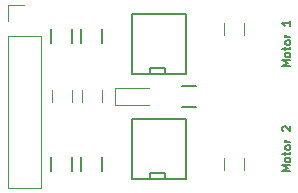
<source format=gto>
G04 #@! TF.FileFunction,Legend,Top*
%FSLAX46Y46*%
G04 Gerber Fmt 4.6, Leading zero omitted, Abs format (unit mm)*
G04 Created by KiCad (PCBNEW 4.0.6-e0-6349~53~ubuntu16.04.1) date Fri Apr 14 17:40:12 2017*
%MOMM*%
%LPD*%
G01*
G04 APERTURE LIST*
%ADD10C,0.100000*%
%ADD11C,0.150000*%
%ADD12C,0.120000*%
G04 APERTURE END LIST*
D10*
D11*
X186371667Y-95228332D02*
X185671667Y-95228332D01*
X186171667Y-94994999D01*
X185671667Y-94761666D01*
X186371667Y-94761666D01*
X186371667Y-94328332D02*
X186338333Y-94394999D01*
X186305000Y-94428332D01*
X186238333Y-94461666D01*
X186038333Y-94461666D01*
X185971667Y-94428332D01*
X185938333Y-94394999D01*
X185905000Y-94328332D01*
X185905000Y-94228332D01*
X185938333Y-94161666D01*
X185971667Y-94128332D01*
X186038333Y-94094999D01*
X186238333Y-94094999D01*
X186305000Y-94128332D01*
X186338333Y-94161666D01*
X186371667Y-94228332D01*
X186371667Y-94328332D01*
X185905000Y-93894999D02*
X185905000Y-93628333D01*
X185671667Y-93794999D02*
X186271667Y-93794999D01*
X186338333Y-93761666D01*
X186371667Y-93694999D01*
X186371667Y-93628333D01*
X186371667Y-93294999D02*
X186338333Y-93361666D01*
X186305000Y-93394999D01*
X186238333Y-93428333D01*
X186038333Y-93428333D01*
X185971667Y-93394999D01*
X185938333Y-93361666D01*
X185905000Y-93294999D01*
X185905000Y-93194999D01*
X185938333Y-93128333D01*
X185971667Y-93094999D01*
X186038333Y-93061666D01*
X186238333Y-93061666D01*
X186305000Y-93094999D01*
X186338333Y-93128333D01*
X186371667Y-93194999D01*
X186371667Y-93294999D01*
X186371667Y-92761666D02*
X185905000Y-92761666D01*
X186038333Y-92761666D02*
X185971667Y-92728333D01*
X185938333Y-92695000D01*
X185905000Y-92628333D01*
X185905000Y-92561666D01*
X185738333Y-91828334D02*
X185705000Y-91795000D01*
X185671667Y-91728334D01*
X185671667Y-91561667D01*
X185705000Y-91495000D01*
X185738333Y-91461667D01*
X185805000Y-91428334D01*
X185871667Y-91428334D01*
X185971667Y-91461667D01*
X186371667Y-91861667D01*
X186371667Y-91428334D01*
X186371667Y-86338332D02*
X185671667Y-86338332D01*
X186171667Y-86104999D01*
X185671667Y-85871666D01*
X186371667Y-85871666D01*
X186371667Y-85438332D02*
X186338333Y-85504999D01*
X186305000Y-85538332D01*
X186238333Y-85571666D01*
X186038333Y-85571666D01*
X185971667Y-85538332D01*
X185938333Y-85504999D01*
X185905000Y-85438332D01*
X185905000Y-85338332D01*
X185938333Y-85271666D01*
X185971667Y-85238332D01*
X186038333Y-85204999D01*
X186238333Y-85204999D01*
X186305000Y-85238332D01*
X186338333Y-85271666D01*
X186371667Y-85338332D01*
X186371667Y-85438332D01*
X185905000Y-85004999D02*
X185905000Y-84738333D01*
X185671667Y-84904999D02*
X186271667Y-84904999D01*
X186338333Y-84871666D01*
X186371667Y-84804999D01*
X186371667Y-84738333D01*
X186371667Y-84404999D02*
X186338333Y-84471666D01*
X186305000Y-84504999D01*
X186238333Y-84538333D01*
X186038333Y-84538333D01*
X185971667Y-84504999D01*
X185938333Y-84471666D01*
X185905000Y-84404999D01*
X185905000Y-84304999D01*
X185938333Y-84238333D01*
X185971667Y-84204999D01*
X186038333Y-84171666D01*
X186238333Y-84171666D01*
X186305000Y-84204999D01*
X186338333Y-84238333D01*
X186371667Y-84304999D01*
X186371667Y-84404999D01*
X186371667Y-83871666D02*
X185905000Y-83871666D01*
X186038333Y-83871666D02*
X185971667Y-83838333D01*
X185938333Y-83805000D01*
X185905000Y-83738333D01*
X185905000Y-83671666D01*
X186371667Y-82538334D02*
X186371667Y-82938334D01*
X186371667Y-82738334D02*
X185671667Y-82738334D01*
X185771667Y-82805000D01*
X185838333Y-82871667D01*
X185871667Y-82938334D01*
D12*
X167855000Y-89400000D02*
X167855000Y-88400000D01*
X166155000Y-88400000D02*
X166155000Y-89400000D01*
X170395000Y-89400000D02*
X170395000Y-88400000D01*
X168695000Y-88400000D02*
X168695000Y-89400000D01*
X180760000Y-82685000D02*
X180760000Y-83685000D01*
X182460000Y-83685000D02*
X182460000Y-82685000D01*
X180760000Y-94115000D02*
X180760000Y-95115000D01*
X182460000Y-95115000D02*
X182460000Y-94115000D01*
X171555000Y-88200000D02*
X171555000Y-89600000D01*
X171555000Y-89600000D02*
X174355000Y-89600000D01*
X171555000Y-88200000D02*
X174355000Y-88200000D01*
X162440000Y-83820000D02*
X162440000Y-96640000D01*
X162440000Y-96640000D02*
X165220000Y-96640000D01*
X165220000Y-96640000D02*
X165220000Y-83820000D01*
X165220000Y-83820000D02*
X162440000Y-83820000D01*
X162440000Y-82550000D02*
X162440000Y-81160000D01*
X162440000Y-81160000D02*
X163830000Y-81160000D01*
D11*
X177200000Y-88025000D02*
X178400000Y-88025000D01*
X178400000Y-89775000D02*
X177200000Y-89775000D01*
X167880000Y-83220000D02*
X167880000Y-84420000D01*
X166130000Y-84420000D02*
X166130000Y-83220000D01*
X170420000Y-83220000D02*
X170420000Y-84420000D01*
X168670000Y-84420000D02*
X168670000Y-83220000D01*
X168670000Y-95215000D02*
X168670000Y-94015000D01*
X170420000Y-94015000D02*
X170420000Y-95215000D01*
X166130000Y-95215000D02*
X166130000Y-94015000D01*
X167880000Y-94015000D02*
X167880000Y-95215000D01*
X172974000Y-86995000D02*
X172974000Y-81915000D01*
X172974000Y-81915000D02*
X177546000Y-81915000D01*
X177546000Y-81915000D02*
X177546000Y-86995000D01*
X177546000Y-86995000D02*
X172974000Y-86995000D01*
X174498000Y-86995000D02*
X174498000Y-86487000D01*
X174498000Y-86487000D02*
X175768000Y-86487000D01*
X175768000Y-86487000D02*
X175768000Y-86995000D01*
X172974000Y-95885000D02*
X172974000Y-90805000D01*
X172974000Y-90805000D02*
X177546000Y-90805000D01*
X177546000Y-90805000D02*
X177546000Y-95885000D01*
X177546000Y-95885000D02*
X172974000Y-95885000D01*
X174498000Y-95885000D02*
X174498000Y-95377000D01*
X174498000Y-95377000D02*
X175768000Y-95377000D01*
X175768000Y-95377000D02*
X175768000Y-95885000D01*
M02*

</source>
